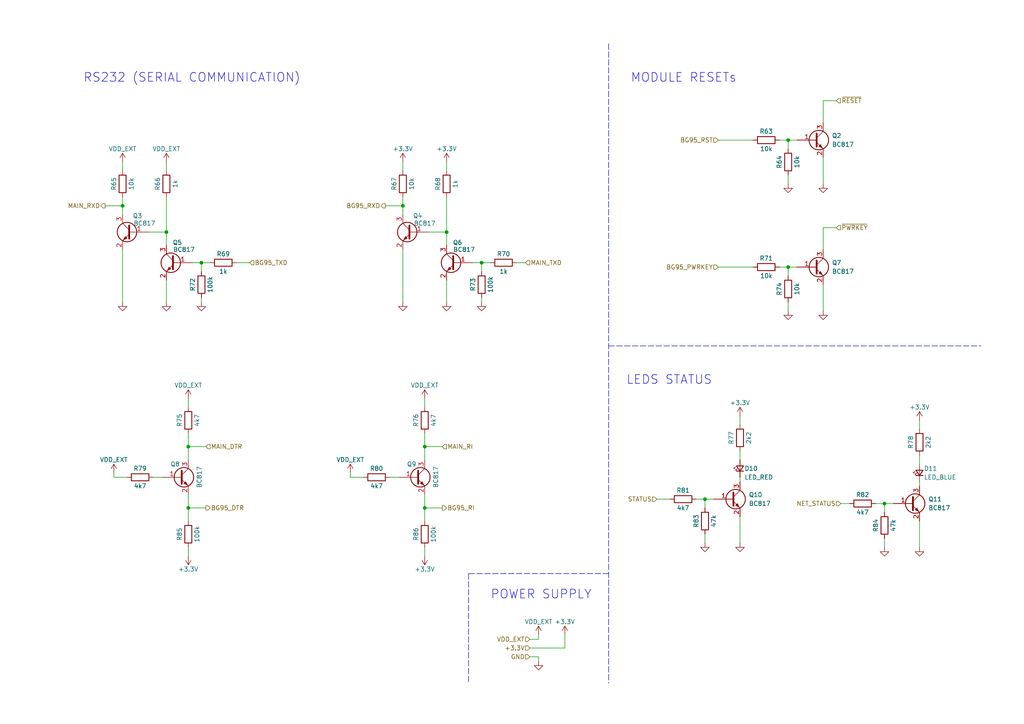
<source format=kicad_sch>
(kicad_sch (version 20211123) (generator eeschema)
  (paper "A4")
  (title_block (title "BG95-Peripherals") (date "2022-08-10") (rev "0.0.0") (company "Magalhaes") (comment 1 "Author: Alexandre Magalhães") (comment 2 "Variant 1: Full"))
  (lib_symbols
    (symbol "Alexandre_Library:Power" (pin_names (offset 0))
      (property "Reference" "#PWR" (at 3.81 -2.54 0))
      (property "Value" "Power" (at 0 3.556 0))
      (symbol "Power_0_1"
        (polyline (pts (xy -0.762 1.27) (xy 0 2.54)))
        (polyline (pts (xy 0 0) (xy 0 2.54)))
        (polyline (pts (xy 0 2.54) (xy 0.762 1.27)))
      )
      (symbol "Power_1_1"
        (pin power_in line (at 0 0 180) (length 0) hide (name "") (number "1"))
      )
    )
    (symbol "Device:LED_Small" (pin_numbers hide) (pin_names (offset 0.254) hide)
      (property "Reference" "D" (at -1.27 3.175 0))
      (property "Value" "LED_Small" (at -4.445 -2.54 0))
      (symbol "LED_Small_0_1"
        (polyline (pts (xy -0.762 -1.016) (xy -0.762 1.016)) (stroke (width 0.254)))
        (polyline (pts (xy 1.016 0) (xy -0.762 0)))
        (polyline (pts (xy 0.762 -1.016) (xy -0.762 0) (xy 0.762 1.016) (xy 0.762 -1.016)) (stroke (width 0.254)))
        (polyline (pts (xy 0 0.762) (xy -0.508 1.27) (xy -0.254 1.27) (xy -0.508 1.27) (xy -0.508 1.016)))
        (polyline (pts (xy 0.508 1.27) (xy 0 1.778) (xy 0.254 1.778) (xy 0 1.778) (xy 0 1.524)))
      )
      (symbol "LED_Small_1_1"
        (pin passive line (at -2.54 0 0) (length 1.778) (name "K") (number "1"))
        (pin passive line (at 2.54 0 180) (length 1.778) (name "A") (number "2"))
      )
    )
    (symbol "Device:R" (pin_numbers hide) (pin_names (offset 0))
      (property "Reference" "R" (at 2.032 0 90))
      (property "Value" "R" (at 0 0 90))
      (symbol "R_0_1"
        (rectangle (start -1.016 -2.54) (end 1.016 2.54) (stroke (width 0.254)))
      )
      (symbol "R_1_1"
        (pin passive line (at 0 3.81 270) (length 1.27) (name "~") (number "1"))
        (pin passive line (at 0 -3.81 90) (length 1.27) (name "~") (number "2"))
      )
    )
    (symbol "Transistor_BJT:BC817" (pin_names (offset 0) hide)
      (property "Reference" "Q" (at 5.08 1.905 0))
      (property "Value" "BC817" (at 5.08 0 0))
      (symbol "BC817_0_1"
        (polyline (pts (xy 0.635 0.635) (xy 2.54 2.54)))
        (polyline (pts (xy 0.635 -0.635) (xy 2.54 -2.54) (xy 2.54 -2.54)))
        (polyline (pts (xy 0.635 1.905) (xy 0.635 -1.905) (xy 0.635 -1.905)) (stroke (width 0.508)))
        (polyline (pts (xy 1.27 -1.778) (xy 1.778 -1.27) (xy 2.286 -2.286) (xy 1.27 -1.778) (xy 1.27 -1.778)) (fill (type outline)))
        (circle (center 1.27 0) (radius 2.8194) (stroke (width 0.254)))
      )
      (symbol "BC817_1_1"
        (pin input line (at -5.08 0 0) (length 5.715) (name "B") (number "1"))
        (pin passive line (at 2.54 -5.08 90) (length 2.54) (name "E") (number "2"))
        (pin passive line (at 2.54 5.08 270) (length 2.54) (name "C") (number "3"))
      )
    )
    (symbol "power:GND" (power) (pin_names (offset 0))
      (property "Value" "GND" (at 0 -3.81 0))
      (symbol "GND_0_1"
        (polyline (pts (xy 0 0) (xy 0 -1.27) (xy 1.27 -1.27) (xy 0 -2.54) (xy -1.27 -1.27) (xy 0 -1.27)))
      )
      (symbol "GND_1_1"
        (pin power_in line (at 0 0 270) (length 0) hide (name "GND") (number "1"))
      )
    )
  )
  (junction (at 123.19 129.54))
  (junction (at 58.42 76.2))
  (junction (at 54.61 147.32))
  (junction (at 54.61 129.54))
  (junction (at 116.84 59.69))
  (junction (at 129.54 67.31))
  (junction (at 228.6 77.47))
  (junction (at 35.56 59.69))
  (junction (at 123.19 147.32))
  (junction (at 228.6 40.64))
  (junction (at 48.26 67.31))
  (junction (at 139.7 76.2))
  (junction (at 256.54 146.05))
  (junction (at 204.47 144.78))
  (wire (pts (xy 54.61 143.51) (xy 54.61 147.32)))
  (wire (pts (xy 214.63 120.65) (xy 214.63 123.19)))
  (wire (pts (xy 256.54 146.05) (xy 259.08 146.05)))
  (wire (pts (xy 123.19 161.29) (xy 123.19 158.75)))
  (wire (pts (xy 116.84 72.39) (xy 116.84 87.63)))
  (wire (pts (xy 48.26 81.28) (xy 48.26 87.63)))
  (wire (pts (xy 111.76 59.69) (xy 116.84 59.69)))
  (wire (pts (xy 48.26 57.15) (xy 48.26 67.31)))
  (wire (pts (xy 35.56 59.69) (xy 35.56 62.23)))
  (polyline (pts (xy 176.53 166.37) (xy 135.89 166.37)))
  (wire (pts (xy 44.45 138.43) (xy 46.99 138.43)))
  (wire (pts (xy 123.19 147.32) (xy 123.19 151.13)))
  (wire (pts (xy 204.47 144.78) (xy 204.47 147.32)))
  (wire (pts (xy 35.56 57.15) (xy 35.56 59.69)))
  (wire (pts (xy 163.83 187.96) (xy 153.67 187.96)))
  (wire (pts (xy 58.42 86.36) (xy 58.42 87.63)))
  (wire (pts (xy 58.42 76.2) (xy 58.42 78.74)))
  (polyline (pts (xy 176.53 12.7) (xy 176.53 198.12)))
  (wire (pts (xy 238.76 66.04) (xy 242.57 66.04)))
  (wire (pts (xy 123.19 147.32) (xy 128.27 147.32)))
  (wire (pts (xy 190.5 144.78) (xy 194.31 144.78)))
  (wire (pts (xy 266.7 121.92) (xy 266.7 124.46)))
  (wire (pts (xy 156.21 190.5) (xy 156.21 191.77)))
  (polyline (pts (xy 135.89 166.37) (xy 135.89 198.12)))
  (wire (pts (xy 139.7 76.2) (xy 142.24 76.2)))
  (wire (pts (xy 55.88 76.2) (xy 58.42 76.2)))
  (wire (pts (xy 228.6 77.47) (xy 231.14 77.47)))
  (wire (pts (xy 116.84 57.15) (xy 116.84 59.69)))
  (wire (pts (xy 54.61 118.11) (xy 54.61 115.57)))
  (wire (pts (xy 243.84 146.05) (xy 246.38 146.05)))
  (wire (pts (xy 228.6 50.8) (xy 228.6 53.34)))
  (wire (pts (xy 129.54 46.99) (xy 129.54 49.53)))
  (polyline (pts (xy 176.53 100.33) (xy 284.48 100.33)))
  (wire (pts (xy 228.6 77.47) (xy 228.6 80.01)))
  (wire (pts (xy 156.21 185.42) (xy 156.21 184.15)))
  (wire (pts (xy 214.63 149.86) (xy 214.63 157.48)))
  (wire (pts (xy 228.6 40.64) (xy 231.14 40.64)))
  (wire (pts (xy 54.61 129.54) (xy 59.69 129.54)))
  (wire (pts (xy 33.02 137.16) (xy 33.02 138.43)))
  (wire (pts (xy 58.42 76.2) (xy 60.96 76.2)))
  (wire (pts (xy 123.19 143.51) (xy 123.19 147.32)))
  (wire (pts (xy 256.54 156.21) (xy 256.54 158.75)))
  (wire (pts (xy 54.61 161.29) (xy 54.61 158.75)))
  (wire (pts (xy 226.06 77.47) (xy 228.6 77.47)))
  (wire (pts (xy 123.19 129.54) (xy 128.27 129.54)))
  (wire (pts (xy 101.6 138.43) (xy 105.41 138.43)))
  (wire (pts (xy 123.19 125.73) (xy 123.19 129.54)))
  (wire (pts (xy 163.83 184.15) (xy 163.83 187.96)))
  (wire (pts (xy 149.86 76.2) (xy 152.4 76.2)))
  (wire (pts (xy 214.63 138.43) (xy 214.63 139.7)))
  (wire (pts (xy 113.03 138.43) (xy 115.57 138.43)))
  (wire (pts (xy 48.26 67.31) (xy 48.26 71.12)))
  (wire (pts (xy 33.02 138.43) (xy 36.83 138.43)))
  (wire (pts (xy 116.84 46.99) (xy 116.84 49.53)))
  (wire (pts (xy 266.7 151.13) (xy 266.7 158.75)))
  (wire (pts (xy 116.84 59.69) (xy 116.84 62.23)))
  (wire (pts (xy 214.63 130.81) (xy 214.63 133.35)))
  (wire (pts (xy 208.28 40.64) (xy 218.44 40.64)))
  (wire (pts (xy 238.76 82.55) (xy 238.76 90.17)))
  (wire (pts (xy 139.7 86.36) (xy 139.7 87.63)))
  (wire (pts (xy 129.54 67.31) (xy 129.54 71.12)))
  (wire (pts (xy 238.76 29.21) (xy 242.57 29.21)))
  (wire (pts (xy 35.56 72.39) (xy 35.56 87.63)))
  (wire (pts (xy 68.58 76.2) (xy 72.39 76.2)))
  (wire (pts (xy 139.7 76.2) (xy 139.7 78.74)))
  (wire (pts (xy 201.93 144.78) (xy 204.47 144.78)))
  (wire (pts (xy 266.7 132.08) (xy 266.7 134.62)))
  (wire (pts (xy 54.61 147.32) (xy 54.61 151.13)))
  (wire (pts (xy 226.06 40.64) (xy 228.6 40.64)))
  (wire (pts (xy 54.61 125.73) (xy 54.61 129.54)))
  (wire (pts (xy 123.19 129.54) (xy 123.19 133.35)))
  (wire (pts (xy 129.54 81.28) (xy 129.54 87.63)))
  (wire (pts (xy 101.6 137.16) (xy 101.6 138.43)))
  (wire (pts (xy 54.61 129.54) (xy 54.61 133.35)))
  (wire (pts (xy 256.54 146.05) (xy 256.54 148.59)))
  (wire (pts (xy 48.26 46.99) (xy 48.26 49.53)))
  (wire (pts (xy 208.28 77.47) (xy 218.44 77.47)))
  (wire (pts (xy 238.76 72.39) (xy 238.76 66.04)))
  (wire (pts (xy 43.18 67.31) (xy 48.26 67.31)))
  (wire (pts (xy 228.6 87.63) (xy 228.6 90.17)))
  (wire (pts (xy 238.76 45.72) (xy 238.76 53.34)))
  (wire (pts (xy 30.48 59.69) (xy 35.56 59.69)))
  (wire (pts (xy 54.61 147.32) (xy 59.69 147.32)))
  (wire (pts (xy 137.16 76.2) (xy 139.7 76.2)))
  (wire (pts (xy 153.67 190.5) (xy 156.21 190.5)))
  (wire (pts (xy 238.76 35.56) (xy 238.76 29.21)))
  (wire (pts (xy 204.47 154.94) (xy 204.47 157.48)))
  (wire (pts (xy 123.19 118.11) (xy 123.19 115.57)))
  (wire (pts (xy 266.7 139.7) (xy 266.7 140.97)))
  (wire (pts (xy 35.56 46.99) (xy 35.56 49.53)))
  (wire (pts (xy 124.46 67.31) (xy 129.54 67.31)))
  (wire (pts (xy 254 146.05) (xy 256.54 146.05)))
  (wire (pts (xy 129.54 57.15) (xy 129.54 67.31)))
  (wire (pts (xy 153.67 185.42) (xy 156.21 185.42)))
  (wire (pts (xy 204.47 144.78) (xy 207.01 144.78)))
  (wire (pts (xy 228.6 40.64) (xy 228.6 43.18)))
  (text "LEDS STATUS" (at 181.61 111.76 0) (effects (font (size 2.54 2.54)) (justify left bottom)))
  (text "POWER SUPPLY" (at 142.24 173.99 0) (effects (font (size 2.54 2.54)) (justify left bottom)))
  (text "MODULE RESETs" (at 182.88 24.13 0) (effects (font (size 2.54 2.54)) (justify left bottom)))
  (text "RS232 (SERIAL COMMUNICATION)" (at 24.13 24.13 0) (effects (font (size 2.54 2.54)) (justify left bottom)))
  (hierarchical_label "STATUS" (shape input) (at 190.5 144.78 180))
  (hierarchical_label "BG95_RST" (shape input) (at 208.28 40.64 180))
  (hierarchical_label "MAIN_DTR" (shape input) (at 59.69 129.54 0))
  (hierarchical_label "GND" (shape input) (at 153.67 190.5 180))
  (hierarchical_label "BG95_RXD" (shape output) (at 111.76 59.69 180))
  (hierarchical_label "+3.3V" (shape input) (at 153.67 187.96 180))
  (hierarchical_label "VDD_EXT" (shape input) (at 153.67 185.42 180))
  (hierarchical_label "BG95_TXD" (shape input) (at 72.39 76.2 0))
  (hierarchical_label "MAIN_RXD" (shape output) (at 30.48 59.69 180))
  (hierarchical_label "MAIN_RI" (shape input) (at 128.27 129.54 0))
  (hierarchical_label "MAIN_TXD" (shape input) (at 152.4 76.2 0))
  (hierarchical_label "BG95_RI" (shape output) (at 128.27 147.32 0))
  (hierarchical_label "NET_STATUS" (shape input) (at 243.84 146.05 180))
  (hierarchical_label "BG95_DTR" (shape output) (at 59.69 147.32 0))
  (hierarchical_label "BG95_PWRKEY" (shape input) (at 208.28 77.47 180))
  (hierarchical_label "~{RESET}" (shape input) (at 242.57 29.21 0))
  (hierarchical_label "~{PWRKEY}" (shape input) (at 242.57 66.04 0))
  (symbol (lib_id "power:GND") (at 35.56 87.63 0) (unit 1)
    (property "Reference" "#PWR0112" (effects hide))
    (property "Value" "GND" (effects hide))
  )
  (symbol (lib_id "power:GND") (at 214.63 157.48 0) (unit 1)
    (property "Reference" "#PWR0127" (effects hide))
    (property "Value" "GND" (effects hide))
  )
  (symbol (lib_id "Device:R") (at 198.12 144.78 90) (unit 1)
    (property "Reference" "R81" (at 198.12 142.24 90))
    (property "Value" "4k7" (at 198.12 147.32 90))
    (property "Footprint" "Resistor_SMD:R_0603_1608Metric_Pad0.98x0.95mm_HandSolder" (effects hide))
  )
  (symbol (lib_id "Alexandre_Library:Power") (at 129.54 46.99 0) (unit 1)
    (property "Reference" "#PWR109" (effects hide))
    (property "Value" "+3.3V" (at 129.54 43.18 0))
  )
  (symbol (lib_id "Transistor_BJT:BC817") (at 236.22 40.64 0) (unit 1)
    (property "Reference" "Q2" (at 241.3 39.3699 0) (effects (justify left)))
    (property "Value" "BC817" (at 241.3 41.9099 0) (effects (justify left)))
    (property "Footprint" "Package_TO_SOT_SMD:SOT-23" (effects hide))
    (property "Datasheet" "https://www.onsemi.com/pub/Collateral/BC818-D.pdf" (effects hide))
  )
  (symbol (lib_id "Device:R") (at 40.64 138.43 90) (unit 1)
    (property "Reference" "R79" (at 40.64 135.89 90))
    (property "Value" "4k7" (at 40.64 140.97 90))
    (property "Footprint" "Resistor_SMD:R_0603_1608Metric_Pad0.98x0.95mm_HandSolder" (effects hide))
  )
  (symbol (lib_id "Transistor_BJT:BC817") (at 38.1 67.31 0) (mirror y) (unit 1)
    (property "Reference" "Q3" (at 39.8716 62.6003 0))
    (property "Value" "BC817" (at 41.91 64.77 0))
    (property "Footprint" "Package_TO_SOT_SMD:SOT-23" (effects hide))
    (property "Datasheet" "https://www.onsemi.com/pub/Collateral/BC818-D.pdf" (effects hide))
  )
  (symbol (lib_id "Device:R") (at 139.7 82.55 180) (unit 1)
    (property "Reference" "R73" (at 137.16 82.55 90))
    (property "Value" "100k" (at 142.24 82.55 90))
    (property "Footprint" "Resistor_SMD:R_0603_1608Metric_Pad0.98x0.95mm_HandSolder" (effects hide))
  )
  (symbol (lib_id "Alexandre_Library:Power") (at 214.63 120.65 0) (unit 1)
    (property "Reference" "#PWR122" (effects hide))
    (property "Value" "+3.3V" (at 214.63 116.84 0))
  )
  (symbol (lib_id "Device:R") (at 214.63 127 0) (unit 1)
    (property "Reference" "R77" (at 212.09 127 90))
    (property "Value" "2k2" (at 217.17 127 90))
    (property "Footprint" "Resistor_SMD:R_0603_1608Metric_Pad0.98x0.95mm_HandSolder" (effects hide))
  )
  (symbol (lib_id "Transistor_BJT:BC817") (at 236.22 77.47 0) (unit 1)
    (property "Reference" "Q7" (at 241.3 76.1999 0) (effects (justify left)))
    (property "Value" "BC817" (at 241.3 78.7399 0) (effects (justify left)))
    (property "Footprint" "Package_TO_SOT_SMD:SOT-23" (effects hide))
    (property "Datasheet" "https://www.onsemi.com/pub/Collateral/BC818-D.pdf" (effects hide))
  )
  (symbol (lib_id "Transistor_BJT:BC817") (at 52.07 138.43 0) (unit 1)
    (property "Reference" "Q8" (at 50.8 134.62 0))
    (property "Value" "BC817" (at 57.8216 138.3691 90))
    (property "Footprint" "Package_TO_SOT_SMD:SOT-23" (effects hide))
    (property "Datasheet" "https://www.onsemi.com/pub/Collateral/BC818-D.pdf" (effects hide))
  )
  (symbol (lib_id "Alexandre_Library:Power") (at 156.21 184.15 0) (unit 1)
    (property "Reference" "#PWR132" (effects hide))
    (property "Value" "VDD_EXT" (at 156.21 180.34 0))
  )
  (symbol (lib_id "Device:R") (at 256.54 152.4 180) (unit 1)
    (property "Reference" "R84" (at 254 152.4 90))
    (property "Value" "47k" (at 259.08 152.4 90))
    (property "Footprint" "Resistor_SMD:R_0603_1608Metric_Pad0.98x0.95mm_HandSolder" (effects hide))
  )
  (symbol (lib_id "Alexandre_Library:Power") (at 266.7 121.92 0) (unit 1)
    (property "Reference" "#PWR123" (effects hide))
    (property "Value" "+3.3V" (at 266.7 118.11 0))
  )
  (symbol (lib_id "power:GND") (at 238.76 53.34 0) (unit 1)
    (property "Reference" "#PWR0111" (effects hide))
    (property "Value" "GND" (effects hide))
  )
  (symbol (lib_id "Device:R") (at 266.7 128.27 180) (unit 1)
    (property "Reference" "R78" (at 264.16 128.27 90))
    (property "Value" "2k2" (at 269.24 128.27 90))
    (property "Footprint" "Resistor_SMD:R_0603_1608Metric_Pad0.98x0.95mm_HandSolder" (effects hide))
  )
  (symbol (lib_id "Device:R") (at 64.77 76.2 90) (unit 1)
    (property "Reference" "R69" (at 64.77 73.66 90))
    (property "Value" "1k" (at 64.77 78.74 90))
    (property "Footprint" "Resistor_SMD:R_0603_1608Metric_Pad0.98x0.95mm_HandSolder" (effects hide))
  )
  (symbol (lib_id "Device:R") (at 58.42 82.55 180) (unit 1)
    (property "Reference" "R72" (at 55.88 82.55 90))
    (property "Value" "100k" (at 60.96 82.55 90))
    (property "Footprint" "Resistor_SMD:R_0603_1608Metric_Pad0.98x0.95mm_HandSolder" (effects hide))
  )
  (symbol (lib_id "Transistor_BJT:BC817") (at 264.16 146.05 0) (unit 1)
    (property "Reference" "Q11" (at 269.24 144.7799 0) (effects (justify left)))
    (property "Value" "BC817" (at 269.24 147.3199 0) (effects (justify left)))
    (property "Footprint" "Package_TO_SOT_SMD:SOT-23" (effects hide))
    (property "Datasheet" "https://www.onsemi.com/pub/Collateral/BC818-D.pdf" (effects hide))
  )
  (symbol (lib_id "power:GND") (at 228.6 90.17 0) (unit 1)
    (property "Reference" "#PWR0118" (effects hide))
    (property "Value" "GND" (effects hide))
  )
  (symbol (lib_id "Transistor_BJT:BC817") (at 120.65 138.43 0) (unit 1)
    (property "Reference" "Q9" (at 119.38 134.62 0))
    (property "Value" "BC817" (at 126.4016 138.3691 90))
    (property "Footprint" "Package_TO_SOT_SMD:SOT-23" (effects hide))
    (property "Datasheet" "https://www.onsemi.com/pub/Collateral/BC818-D.pdf" (effects hide))
  )
  (symbol (lib_id "power:GND") (at 256.54 158.75 0) (unit 1)
    (property "Reference" "#PWR0128" (effects hide))
    (property "Value" "GND" (effects hide))
  )
  (symbol (lib_id "Device:R") (at 129.54 53.34 180) (unit 1)
    (property "Reference" "R68" (at 127 53.34 90))
    (property "Value" "1k" (at 132.08 53.34 90))
    (property "Footprint" "Resistor_SMD:R_0603_1608Metric_Pad0.98x0.95mm_HandSolder" (effects hide))
  )
  (symbol (lib_id "Transistor_BJT:BC817") (at 212.09 144.78 0) (unit 1)
    (property "Reference" "Q10" (at 217.17 143.5099 0) (effects (justify left)))
    (property "Value" "BC817" (at 217.17 146.0499 0) (effects (justify left)))
    (property "Footprint" "Package_TO_SOT_SMD:SOT-23" (effects hide))
    (property "Datasheet" "https://www.onsemi.com/pub/Collateral/BC818-D.pdf" (effects hide))
  )
  (symbol (lib_id "power:GND") (at 204.47 157.48 0) (unit 1)
    (property "Reference" "#PWR0126" (effects hide))
    (property "Value" "GND" (effects hide))
  )
  (symbol (lib_id "Device:R") (at 48.26 53.34 180) (unit 1)
    (property "Reference" "R66" (at 45.72 53.34 90))
    (property "Value" "1k" (at 50.8 53.34 90))
    (property "Footprint" "Resistor_SMD:R_0603_1608Metric_Pad0.98x0.95mm_HandSolder" (effects hide))
  )
  (symbol (lib_id "Transistor_BJT:BC817") (at 50.8 76.2 0) (mirror y) (unit 1)
    (property "Reference" "Q5" (at 51.4412 70.3557 0))
    (property "Value" "BC817" (at 53.34 72.39 0))
    (property "Footprint" "Package_TO_SOT_SMD:SOT-23" (effects hide))
    (property "Datasheet" "https://www.onsemi.com/pub/Collateral/BC818-D.pdf" (effects hide))
  )
  (symbol (lib_id "Device:R") (at 250.19 146.05 90) (unit 1)
    (property "Reference" "R82" (at 250.19 143.51 90))
    (property "Value" "4k7" (at 250.19 148.59 90))
    (property "Footprint" "Resistor_SMD:R_0603_1608Metric_Pad0.98x0.95mm_HandSolder" (effects hide))
  )
  (symbol (lib_id "power:GND") (at 116.84 87.63 0) (unit 1)
    (property "Reference" "#PWR0115" (effects hide))
    (property "Value" "GND" (effects hide))
  )
  (symbol (lib_id "Device:R") (at 109.22 138.43 90) (unit 1)
    (property "Reference" "R80" (at 109.22 135.89 90))
    (property "Value" "4k7" (at 109.22 140.97 90))
    (property "Footprint" "Resistor_SMD:R_0603_1608Metric_Pad0.98x0.95mm_HandSolder" (effects hide))
  )
  (symbol (lib_id "Alexandre_Library:Power") (at 101.6 137.16 0) (unit 1)
    (property "Reference" "#PWR125" (effects hide))
    (property "Value" "VDD_EXT" (at 101.6 133.35 0))
  )
  (symbol (lib_id "Device:LED_Small") (at 266.7 137.16 90) (unit 1)
    (property "Reference" "D11" (at 267.97 135.89 90) (effects (justify right)))
    (property "Value" "LED_BLUE" (at 267.97 138.43 90) (effects (justify right)))
    (property "Footprint" "LED_SMD:LED_0603_1608Metric_Pad1.05x0.95mm_HandSolder" (effects hide))
  )
  (symbol (lib_id "Device:R") (at 228.6 46.99 180) (unit 1)
    (property "Reference" "R64" (at 226.06 46.99 90))
    (property "Value" "10k" (at 231.14 46.99 90))
    (property "Footprint" "Resistor_SMD:R_0603_1608Metric_Pad0.98x0.95mm_HandSolder" (effects hide))
  )
  (symbol (lib_id "power:GND") (at 228.6 53.34 0) (unit 1)
    (property "Reference" "#PWR0110" (effects hide))
    (property "Value" "GND" (effects hide))
  )
  (symbol (lib_id "Device:LED_Small") (at 214.63 135.89 90) (unit 1)
    (property "Reference" "D10" (at 215.9 135.89 90) (effects (justify right)))
    (property "Value" "LED_RED" (at 215.9 138.43 90) (effects (justify right)))
    (property "Footprint" "LED_SMD:LED_0603_1608Metric_Pad1.05x0.95mm_HandSolder" (effects hide))
  )
  (symbol (lib_id "Device:R") (at 123.19 121.92 180) (unit 1)
    (property "Reference" "R76" (at 120.65 121.92 90))
    (property "Value" "4k7" (at 125.73 121.92 90))
    (property "Footprint" "Resistor_SMD:R_0603_1608Metric_Pad0.98x0.95mm_HandSolder" (effects hide))
  )
  (symbol (lib_id "Alexandre_Library:Power") (at 54.61 115.57 0) (unit 1)
    (property "Reference" "#PWR120" (effects hide))
    (property "Value" "VDD_EXT" (at 54.61 111.76 0))
  )
  (symbol (lib_id "power:GND") (at 238.76 90.17 0) (unit 1)
    (property "Reference" "#PWR0119" (effects hide))
    (property "Value" "GND" (effects hide))
  )
  (symbol (lib_id "Device:R") (at 204.47 151.13 180) (unit 1)
    (property "Reference" "R83" (at 201.93 151.13 90))
    (property "Value" "47k" (at 207.01 151.13 90))
    (property "Footprint" "Resistor_SMD:R_0603_1608Metric_Pad0.98x0.95mm_HandSolder" (effects hide))
  )
  (symbol (lib_id "Alexandre_Library:Power") (at 123.19 161.29 180) (unit 1)
    (property "Reference" "#PWR131" (effects hide))
    (property "Value" "+3.3V" (at 123.19 165.1 0))
  )
  (symbol (lib_id "Transistor_BJT:BC817") (at 132.08 76.2 0) (mirror y) (unit 1)
    (property "Reference" "Q6" (at 132.7212 70.3557 0))
    (property "Value" "BC817" (at 134.62 72.39 0))
    (property "Footprint" "Package_TO_SOT_SMD:SOT-23" (effects hide))
    (property "Datasheet" "https://www.onsemi.com/pub/Collateral/BC818-D.pdf" (effects hide))
  )
  (symbol (lib_id "Device:R") (at 54.61 154.94 180) (unit 1)
    (property "Reference" "R85" (at 52.07 154.94 90))
    (property "Value" "100k" (at 57.15 154.94 90))
    (property "Footprint" "Resistor_SMD:R_0603_1608Metric_Pad0.98x0.95mm_HandSolder" (effects hide))
  )
  (symbol (lib_id "Device:R") (at 35.56 53.34 180) (unit 1)
    (property "Reference" "R65" (at 33.02 53.34 90))
    (property "Value" "10k" (at 38.1 53.34 90))
    (property "Footprint" "Resistor_SMD:R_0603_1608Metric_Pad0.98x0.95mm_HandSolder" (effects hide))
  )
  (symbol (lib_id "Alexandre_Library:Power") (at 54.61 161.29 180) (unit 1)
    (property "Reference" "#PWR130" (effects hide))
    (property "Value" "+3.3V" (at 54.61 165.1 0))
  )
  (symbol (lib_id "Transistor_BJT:BC817") (at 119.38 67.31 0) (mirror y) (unit 1)
    (property "Reference" "Q4" (at 121.1516 62.6003 0))
    (property "Value" "BC817" (at 123.19 64.77 0))
    (property "Footprint" "Package_TO_SOT_SMD:SOT-23" (effects hide))
    (property "Datasheet" "https://www.onsemi.com/pub/Collateral/BC818-D.pdf" (effects hide))
  )
  (symbol (lib_id "power:GND") (at 139.7 87.63 0) (unit 1)
    (property "Reference" "#PWR0117" (effects hide))
    (property "Value" "GND" (effects hide))
  )
  (symbol (lib_id "Device:R") (at 222.25 40.64 90) (unit 1)
    (property "Reference" "R63" (at 222.25 38.1 90))
    (property "Value" "10k" (at 222.25 43.18 90))
    (property "Footprint" "Resistor_SMD:R_0603_1608Metric_Pad0.98x0.95mm_HandSolder" (effects hide))
  )
  (symbol (lib_id "power:GND") (at 266.7 158.75 0) (unit 1)
    (property "Reference" "#PWR0129" (effects hide))
    (property "Value" "GND" (effects hide))
  )
  (symbol (lib_id "Device:R") (at 222.25 77.47 90) (unit 1)
    (property "Reference" "R71" (at 222.25 74.93 90))
    (property "Value" "10k" (at 222.25 80.01 90))
    (property "Footprint" "Resistor_SMD:R_0603_1608Metric_Pad0.98x0.95mm_HandSolder" (effects hide))
  )
  (symbol (lib_id "Alexandre_Library:Power") (at 116.84 46.99 0) (unit 1)
    (property "Reference" "#PWR108" (effects hide))
    (property "Value" "+3.3V" (at 116.84 43.18 0))
  )
  (symbol (lib_id "Alexandre_Library:Power") (at 35.56 46.99 0) (unit 1)
    (property "Reference" "#PWR106" (effects hide))
    (property "Value" "VDD_EXT" (at 35.56 43.18 0))
  )
  (symbol (lib_id "Device:R") (at 123.19 154.94 180) (unit 1)
    (property "Reference" "R86" (at 120.65 154.94 90))
    (property "Value" "100k" (at 125.73 154.94 90))
    (property "Footprint" "Resistor_SMD:R_0603_1608Metric_Pad0.98x0.95mm_HandSolder" (effects hide))
  )
  (symbol (lib_id "Alexandre_Library:Power") (at 163.83 184.15 0) (unit 1)
    (property "Reference" "#PWR133" (effects hide))
    (property "Value" "+3.3V" (at 163.83 180.34 0))
  )
  (symbol (lib_id "Alexandre_Library:Power") (at 48.26 46.99 0) (unit 1)
    (property "Reference" "#PWR107" (effects hide))
    (property "Value" "VDD_EXT" (at 48.26 43.18 0))
  )
  (symbol (lib_id "Device:R") (at 116.84 53.34 180) (unit 1)
    (property "Reference" "R67" (at 114.3 53.34 90))
    (property "Value" "10k" (at 119.38 53.34 90))
    (property "Footprint" "Resistor_SMD:R_0603_1608Metric_Pad0.98x0.95mm_HandSolder" (effects hide))
  )
  (symbol (lib_id "power:GND") (at 129.54 87.63 0) (unit 1)
    (property "Reference" "#PWR0116" (effects hide))
    (property "Value" "GND" (effects hide))
  )
  (symbol (lib_id "Alexandre_Library:Power") (at 123.19 115.57 0) (unit 1)
    (property "Reference" "#PWR121" (effects hide))
    (property "Value" "VDD_EXT" (at 123.19 111.76 0))
  )
  (symbol (lib_id "power:GND") (at 58.42 87.63 0) (unit 1)
    (property "Reference" "#PWR0114" (effects hide))
    (property "Value" "GND" (effects hide))
  )
  (symbol (lib_id "power:GND") (at 156.21 191.77 0) (unit 1)
    (property "Reference" "#PWR0134" (effects hide))
    (property "Value" "GND" (effects hide))
  )
  (symbol (lib_id "Device:R") (at 228.6 83.82 180) (unit 1)
    (property "Reference" "R74" (at 226.06 83.82 90))
    (property "Value" "10k" (at 231.14 83.82 90))
    (property "Footprint" "Resistor_SMD:R_0603_1608Metric_Pad0.98x0.95mm_HandSolder" (effects hide))
  )
  (symbol (lib_id "Alexandre_Library:Power") (at 33.02 137.16 0) (unit 1)
    (property "Reference" "#PWR124" (effects hide))
    (property "Value" "VDD_EXT" (at 33.02 133.35 0))
  )
  (symbol (lib_id "power:GND") (at 48.26 87.63 0) (unit 1)
    (property "Reference" "#PWR0113" (effects hide))
    (property "Value" "GND" (effects hide))
  )
  (symbol (lib_id "Device:R") (at 146.05 76.2 90) (unit 1)
    (property "Reference" "R70" (at 146.05 73.66 90))
    (property "Value" "1k" (at 146.05 78.74 90))
    (property "Footprint" "Resistor_SMD:R_0603_1608Metric_Pad0.98x0.95mm_HandSolder" (effects hide))
  )
  (symbol (lib_id "Device:R") (at 54.61 121.92 180) (unit 1)
    (property "Reference" "R75" (at 52.07 121.92 90))
    (property "Value" "4k7" (at 57.15 121.92 90))
    (property "Footprint" "Resistor_SMD:R_0603_1608Metric_Pad0.98x0.95mm_HandSolder" (effects hide))
  )
)
</source>
